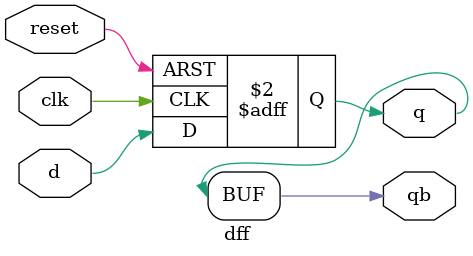
<source format=sv>
module dff (clk, reset, d, q, qb);
  input clk;
  input reset;
  input d;
  output reg q;
  output qb;

  assign qb = q;

  always @(posedge clk or posedge reset)
  begin
    if (reset) begin
      q <= 1'b0;
    end else begin
      q <= d;
    end
end
endmodule
</source>
